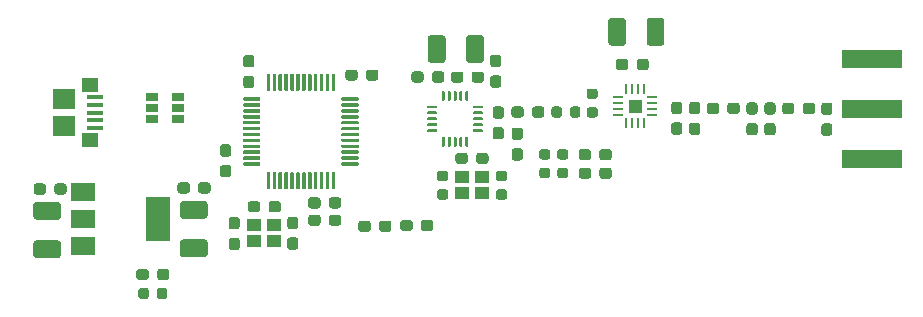
<source format=gbr>
%TF.GenerationSoftware,KiCad,Pcbnew,(5.1.6)-1*%
%TF.CreationDate,2020-07-31T11:50:05+07:00*%
%TF.ProjectId,stm32_nrf24,73746d33-325f-46e7-9266-32342e6b6963,rev?*%
%TF.SameCoordinates,Original*%
%TF.FileFunction,Paste,Top*%
%TF.FilePolarity,Positive*%
%FSLAX46Y46*%
G04 Gerber Fmt 4.6, Leading zero omitted, Abs format (unit mm)*
G04 Created by KiCad (PCBNEW (5.1.6)-1) date 2020-07-31 11:50:05*
%MOMM*%
%LPD*%
G01*
G04 APERTURE LIST*
%ADD10C,0.010000*%
%ADD11R,1.150000X1.000000*%
%ADD12R,0.270000X0.810000*%
%ADD13R,0.810000X0.270000*%
%ADD14R,2.000000X1.500000*%
%ADD15R,2.000000X3.800000*%
%ADD16R,1.060000X0.650000*%
%ADD17R,5.080000X1.500000*%
%ADD18R,1.450000X1.150000*%
%ADD19R,1.900000X1.750000*%
%ADD20R,1.400000X0.400000*%
G04 APERTURE END LIST*
D10*
%TO.C,U4*%
G36*
X129790000Y-106390000D02*
G01*
X130870000Y-106390000D01*
X130870000Y-107470000D01*
X129790000Y-107470000D01*
X129790000Y-106390000D01*
G37*
X129790000Y-106390000D02*
X130870000Y-106390000D01*
X130870000Y-107470000D01*
X129790000Y-107470000D01*
X129790000Y-106390000D01*
%TD*%
%TO.C,C22*%
G36*
G01*
X113777050Y-113989600D02*
X114289550Y-113989600D01*
G75*
G02*
X114508300Y-114208350I0J-218750D01*
G01*
X114508300Y-114645850D01*
G75*
G02*
X114289550Y-114864600I-218750J0D01*
G01*
X113777050Y-114864600D01*
G75*
G02*
X113558300Y-114645850I0J218750D01*
G01*
X113558300Y-114208350D01*
G75*
G02*
X113777050Y-113989600I218750J0D01*
G01*
G37*
G36*
G01*
X113777050Y-112414600D02*
X114289550Y-112414600D01*
G75*
G02*
X114508300Y-112633350I0J-218750D01*
G01*
X114508300Y-113070850D01*
G75*
G02*
X114289550Y-113289600I-218750J0D01*
G01*
X113777050Y-113289600D01*
G75*
G02*
X113558300Y-113070850I0J218750D01*
G01*
X113558300Y-112633350D01*
G75*
G02*
X113777050Y-112414600I218750J0D01*
G01*
G37*
%TD*%
%TO.C,C20*%
G36*
G01*
X119280650Y-113302300D02*
X118768150Y-113302300D01*
G75*
G02*
X118549400Y-113083550I0J218750D01*
G01*
X118549400Y-112646050D01*
G75*
G02*
X118768150Y-112427300I218750J0D01*
G01*
X119280650Y-112427300D01*
G75*
G02*
X119499400Y-112646050I0J-218750D01*
G01*
X119499400Y-113083550D01*
G75*
G02*
X119280650Y-113302300I-218750J0D01*
G01*
G37*
G36*
G01*
X119280650Y-114877300D02*
X118768150Y-114877300D01*
G75*
G02*
X118549400Y-114658550I0J218750D01*
G01*
X118549400Y-114221050D01*
G75*
G02*
X118768150Y-114002300I218750J0D01*
G01*
X119280650Y-114002300D01*
G75*
G02*
X119499400Y-114221050I0J-218750D01*
G01*
X119499400Y-114658550D01*
G75*
G02*
X119280650Y-114877300I-218750J0D01*
G01*
G37*
%TD*%
%TO.C,C24*%
G36*
G01*
X133623040Y-108330480D02*
X134098040Y-108330480D01*
G75*
G02*
X134335540Y-108567980I0J-237500D01*
G01*
X134335540Y-109142980D01*
G75*
G02*
X134098040Y-109380480I-237500J0D01*
G01*
X133623040Y-109380480D01*
G75*
G02*
X133385540Y-109142980I0J237500D01*
G01*
X133385540Y-108567980D01*
G75*
G02*
X133623040Y-108330480I237500J0D01*
G01*
G37*
G36*
G01*
X133623040Y-106580480D02*
X134098040Y-106580480D01*
G75*
G02*
X134335540Y-106817980I0J-237500D01*
G01*
X134335540Y-107392980D01*
G75*
G02*
X134098040Y-107630480I-237500J0D01*
G01*
X133623040Y-107630480D01*
G75*
G02*
X133385540Y-107392980I0J237500D01*
G01*
X133385540Y-106817980D01*
G75*
G02*
X133623040Y-106580480I237500J0D01*
G01*
G37*
%TD*%
%TO.C,U5*%
G36*
G01*
X113965000Y-106432500D02*
X113965000Y-105732500D01*
G75*
G02*
X114027500Y-105670000I62500J0D01*
G01*
X114152500Y-105670000D01*
G75*
G02*
X114215000Y-105732500I0J-62500D01*
G01*
X114215000Y-106432500D01*
G75*
G02*
X114152500Y-106495000I-62500J0D01*
G01*
X114027500Y-106495000D01*
G75*
G02*
X113965000Y-106432500I0J62500D01*
G01*
G37*
G36*
G01*
X114465000Y-106432500D02*
X114465000Y-105732500D01*
G75*
G02*
X114527500Y-105670000I62500J0D01*
G01*
X114652500Y-105670000D01*
G75*
G02*
X114715000Y-105732500I0J-62500D01*
G01*
X114715000Y-106432500D01*
G75*
G02*
X114652500Y-106495000I-62500J0D01*
G01*
X114527500Y-106495000D01*
G75*
G02*
X114465000Y-106432500I0J62500D01*
G01*
G37*
G36*
G01*
X114965000Y-106432500D02*
X114965000Y-105732500D01*
G75*
G02*
X115027500Y-105670000I62500J0D01*
G01*
X115152500Y-105670000D01*
G75*
G02*
X115215000Y-105732500I0J-62500D01*
G01*
X115215000Y-106432500D01*
G75*
G02*
X115152500Y-106495000I-62500J0D01*
G01*
X115027500Y-106495000D01*
G75*
G02*
X114965000Y-106432500I0J62500D01*
G01*
G37*
G36*
G01*
X115465000Y-106432500D02*
X115465000Y-105732500D01*
G75*
G02*
X115527500Y-105670000I62500J0D01*
G01*
X115652500Y-105670000D01*
G75*
G02*
X115715000Y-105732500I0J-62500D01*
G01*
X115715000Y-106432500D01*
G75*
G02*
X115652500Y-106495000I-62500J0D01*
G01*
X115527500Y-106495000D01*
G75*
G02*
X115465000Y-106432500I0J62500D01*
G01*
G37*
G36*
G01*
X115965000Y-106432500D02*
X115965000Y-105732500D01*
G75*
G02*
X116027500Y-105670000I62500J0D01*
G01*
X116152500Y-105670000D01*
G75*
G02*
X116215000Y-105732500I0J-62500D01*
G01*
X116215000Y-106432500D01*
G75*
G02*
X116152500Y-106495000I-62500J0D01*
G01*
X116027500Y-106495000D01*
G75*
G02*
X115965000Y-106432500I0J62500D01*
G01*
G37*
G36*
G01*
X116615000Y-107082500D02*
X116615000Y-106957500D01*
G75*
G02*
X116677500Y-106895000I62500J0D01*
G01*
X117377500Y-106895000D01*
G75*
G02*
X117440000Y-106957500I0J-62500D01*
G01*
X117440000Y-107082500D01*
G75*
G02*
X117377500Y-107145000I-62500J0D01*
G01*
X116677500Y-107145000D01*
G75*
G02*
X116615000Y-107082500I0J62500D01*
G01*
G37*
G36*
G01*
X116615000Y-107582500D02*
X116615000Y-107457500D01*
G75*
G02*
X116677500Y-107395000I62500J0D01*
G01*
X117377500Y-107395000D01*
G75*
G02*
X117440000Y-107457500I0J-62500D01*
G01*
X117440000Y-107582500D01*
G75*
G02*
X117377500Y-107645000I-62500J0D01*
G01*
X116677500Y-107645000D01*
G75*
G02*
X116615000Y-107582500I0J62500D01*
G01*
G37*
G36*
G01*
X116615000Y-108082500D02*
X116615000Y-107957500D01*
G75*
G02*
X116677500Y-107895000I62500J0D01*
G01*
X117377500Y-107895000D01*
G75*
G02*
X117440000Y-107957500I0J-62500D01*
G01*
X117440000Y-108082500D01*
G75*
G02*
X117377500Y-108145000I-62500J0D01*
G01*
X116677500Y-108145000D01*
G75*
G02*
X116615000Y-108082500I0J62500D01*
G01*
G37*
G36*
G01*
X116615000Y-108582500D02*
X116615000Y-108457500D01*
G75*
G02*
X116677500Y-108395000I62500J0D01*
G01*
X117377500Y-108395000D01*
G75*
G02*
X117440000Y-108457500I0J-62500D01*
G01*
X117440000Y-108582500D01*
G75*
G02*
X117377500Y-108645000I-62500J0D01*
G01*
X116677500Y-108645000D01*
G75*
G02*
X116615000Y-108582500I0J62500D01*
G01*
G37*
G36*
G01*
X116615000Y-109082500D02*
X116615000Y-108957500D01*
G75*
G02*
X116677500Y-108895000I62500J0D01*
G01*
X117377500Y-108895000D01*
G75*
G02*
X117440000Y-108957500I0J-62500D01*
G01*
X117440000Y-109082500D01*
G75*
G02*
X117377500Y-109145000I-62500J0D01*
G01*
X116677500Y-109145000D01*
G75*
G02*
X116615000Y-109082500I0J62500D01*
G01*
G37*
G36*
G01*
X115965000Y-110307500D02*
X115965000Y-109607500D01*
G75*
G02*
X116027500Y-109545000I62500J0D01*
G01*
X116152500Y-109545000D01*
G75*
G02*
X116215000Y-109607500I0J-62500D01*
G01*
X116215000Y-110307500D01*
G75*
G02*
X116152500Y-110370000I-62500J0D01*
G01*
X116027500Y-110370000D01*
G75*
G02*
X115965000Y-110307500I0J62500D01*
G01*
G37*
G36*
G01*
X115465000Y-110307500D02*
X115465000Y-109607500D01*
G75*
G02*
X115527500Y-109545000I62500J0D01*
G01*
X115652500Y-109545000D01*
G75*
G02*
X115715000Y-109607500I0J-62500D01*
G01*
X115715000Y-110307500D01*
G75*
G02*
X115652500Y-110370000I-62500J0D01*
G01*
X115527500Y-110370000D01*
G75*
G02*
X115465000Y-110307500I0J62500D01*
G01*
G37*
G36*
G01*
X114965000Y-110307500D02*
X114965000Y-109607500D01*
G75*
G02*
X115027500Y-109545000I62500J0D01*
G01*
X115152500Y-109545000D01*
G75*
G02*
X115215000Y-109607500I0J-62500D01*
G01*
X115215000Y-110307500D01*
G75*
G02*
X115152500Y-110370000I-62500J0D01*
G01*
X115027500Y-110370000D01*
G75*
G02*
X114965000Y-110307500I0J62500D01*
G01*
G37*
G36*
G01*
X114465000Y-110307500D02*
X114465000Y-109607500D01*
G75*
G02*
X114527500Y-109545000I62500J0D01*
G01*
X114652500Y-109545000D01*
G75*
G02*
X114715000Y-109607500I0J-62500D01*
G01*
X114715000Y-110307500D01*
G75*
G02*
X114652500Y-110370000I-62500J0D01*
G01*
X114527500Y-110370000D01*
G75*
G02*
X114465000Y-110307500I0J62500D01*
G01*
G37*
G36*
G01*
X113965000Y-110307500D02*
X113965000Y-109607500D01*
G75*
G02*
X114027500Y-109545000I62500J0D01*
G01*
X114152500Y-109545000D01*
G75*
G02*
X114215000Y-109607500I0J-62500D01*
G01*
X114215000Y-110307500D01*
G75*
G02*
X114152500Y-110370000I-62500J0D01*
G01*
X114027500Y-110370000D01*
G75*
G02*
X113965000Y-110307500I0J62500D01*
G01*
G37*
G36*
G01*
X112740000Y-109082500D02*
X112740000Y-108957500D01*
G75*
G02*
X112802500Y-108895000I62500J0D01*
G01*
X113502500Y-108895000D01*
G75*
G02*
X113565000Y-108957500I0J-62500D01*
G01*
X113565000Y-109082500D01*
G75*
G02*
X113502500Y-109145000I-62500J0D01*
G01*
X112802500Y-109145000D01*
G75*
G02*
X112740000Y-109082500I0J62500D01*
G01*
G37*
G36*
G01*
X112740000Y-108582500D02*
X112740000Y-108457500D01*
G75*
G02*
X112802500Y-108395000I62500J0D01*
G01*
X113502500Y-108395000D01*
G75*
G02*
X113565000Y-108457500I0J-62500D01*
G01*
X113565000Y-108582500D01*
G75*
G02*
X113502500Y-108645000I-62500J0D01*
G01*
X112802500Y-108645000D01*
G75*
G02*
X112740000Y-108582500I0J62500D01*
G01*
G37*
G36*
G01*
X112740000Y-108082500D02*
X112740000Y-107957500D01*
G75*
G02*
X112802500Y-107895000I62500J0D01*
G01*
X113502500Y-107895000D01*
G75*
G02*
X113565000Y-107957500I0J-62500D01*
G01*
X113565000Y-108082500D01*
G75*
G02*
X113502500Y-108145000I-62500J0D01*
G01*
X112802500Y-108145000D01*
G75*
G02*
X112740000Y-108082500I0J62500D01*
G01*
G37*
G36*
G01*
X112740000Y-107582500D02*
X112740000Y-107457500D01*
G75*
G02*
X112802500Y-107395000I62500J0D01*
G01*
X113502500Y-107395000D01*
G75*
G02*
X113565000Y-107457500I0J-62500D01*
G01*
X113565000Y-107582500D01*
G75*
G02*
X113502500Y-107645000I-62500J0D01*
G01*
X112802500Y-107645000D01*
G75*
G02*
X112740000Y-107582500I0J62500D01*
G01*
G37*
G36*
G01*
X112740000Y-107082500D02*
X112740000Y-106957500D01*
G75*
G02*
X112802500Y-106895000I62500J0D01*
G01*
X113502500Y-106895000D01*
G75*
G02*
X113565000Y-106957500I0J-62500D01*
G01*
X113565000Y-107082500D01*
G75*
G02*
X113502500Y-107145000I-62500J0D01*
G01*
X112802500Y-107145000D01*
G75*
G02*
X112740000Y-107082500I0J62500D01*
G01*
G37*
%TD*%
D11*
%TO.C,Y2*%
X117389100Y-114323100D03*
X115639100Y-114323100D03*
X115639100Y-112923100D03*
X117389100Y-112923100D03*
%TD*%
%TO.C,Y1*%
X98045000Y-116990000D03*
X99795000Y-116990000D03*
X99795000Y-118390000D03*
X98045000Y-118390000D03*
%TD*%
D12*
%TO.C,U4*%
X129580000Y-108375000D03*
X130080000Y-108375000D03*
X130580000Y-108375000D03*
X131080000Y-108375000D03*
X131080000Y-105485000D03*
X130580000Y-105485000D03*
X130080000Y-105485000D03*
X129580000Y-105485000D03*
D13*
X128885000Y-106180000D03*
X128885000Y-106680000D03*
X128885000Y-107180000D03*
X128885000Y-107680000D03*
X131775000Y-107680000D03*
X131775000Y-107180000D03*
X131775000Y-106680000D03*
X131775000Y-106180000D03*
%TD*%
%TO.C,U3*%
G36*
G01*
X98540000Y-112000000D02*
X97215000Y-112000000D01*
G75*
G02*
X97140000Y-111925000I0J75000D01*
G01*
X97140000Y-111775000D01*
G75*
G02*
X97215000Y-111700000I75000J0D01*
G01*
X98540000Y-111700000D01*
G75*
G02*
X98615000Y-111775000I0J-75000D01*
G01*
X98615000Y-111925000D01*
G75*
G02*
X98540000Y-112000000I-75000J0D01*
G01*
G37*
G36*
G01*
X98540000Y-111500000D02*
X97215000Y-111500000D01*
G75*
G02*
X97140000Y-111425000I0J75000D01*
G01*
X97140000Y-111275000D01*
G75*
G02*
X97215000Y-111200000I75000J0D01*
G01*
X98540000Y-111200000D01*
G75*
G02*
X98615000Y-111275000I0J-75000D01*
G01*
X98615000Y-111425000D01*
G75*
G02*
X98540000Y-111500000I-75000J0D01*
G01*
G37*
G36*
G01*
X98540000Y-111000000D02*
X97215000Y-111000000D01*
G75*
G02*
X97140000Y-110925000I0J75000D01*
G01*
X97140000Y-110775000D01*
G75*
G02*
X97215000Y-110700000I75000J0D01*
G01*
X98540000Y-110700000D01*
G75*
G02*
X98615000Y-110775000I0J-75000D01*
G01*
X98615000Y-110925000D01*
G75*
G02*
X98540000Y-111000000I-75000J0D01*
G01*
G37*
G36*
G01*
X98540000Y-110500000D02*
X97215000Y-110500000D01*
G75*
G02*
X97140000Y-110425000I0J75000D01*
G01*
X97140000Y-110275000D01*
G75*
G02*
X97215000Y-110200000I75000J0D01*
G01*
X98540000Y-110200000D01*
G75*
G02*
X98615000Y-110275000I0J-75000D01*
G01*
X98615000Y-110425000D01*
G75*
G02*
X98540000Y-110500000I-75000J0D01*
G01*
G37*
G36*
G01*
X98540000Y-110000000D02*
X97215000Y-110000000D01*
G75*
G02*
X97140000Y-109925000I0J75000D01*
G01*
X97140000Y-109775000D01*
G75*
G02*
X97215000Y-109700000I75000J0D01*
G01*
X98540000Y-109700000D01*
G75*
G02*
X98615000Y-109775000I0J-75000D01*
G01*
X98615000Y-109925000D01*
G75*
G02*
X98540000Y-110000000I-75000J0D01*
G01*
G37*
G36*
G01*
X98540000Y-109500000D02*
X97215000Y-109500000D01*
G75*
G02*
X97140000Y-109425000I0J75000D01*
G01*
X97140000Y-109275000D01*
G75*
G02*
X97215000Y-109200000I75000J0D01*
G01*
X98540000Y-109200000D01*
G75*
G02*
X98615000Y-109275000I0J-75000D01*
G01*
X98615000Y-109425000D01*
G75*
G02*
X98540000Y-109500000I-75000J0D01*
G01*
G37*
G36*
G01*
X98540000Y-109000000D02*
X97215000Y-109000000D01*
G75*
G02*
X97140000Y-108925000I0J75000D01*
G01*
X97140000Y-108775000D01*
G75*
G02*
X97215000Y-108700000I75000J0D01*
G01*
X98540000Y-108700000D01*
G75*
G02*
X98615000Y-108775000I0J-75000D01*
G01*
X98615000Y-108925000D01*
G75*
G02*
X98540000Y-109000000I-75000J0D01*
G01*
G37*
G36*
G01*
X98540000Y-108500000D02*
X97215000Y-108500000D01*
G75*
G02*
X97140000Y-108425000I0J75000D01*
G01*
X97140000Y-108275000D01*
G75*
G02*
X97215000Y-108200000I75000J0D01*
G01*
X98540000Y-108200000D01*
G75*
G02*
X98615000Y-108275000I0J-75000D01*
G01*
X98615000Y-108425000D01*
G75*
G02*
X98540000Y-108500000I-75000J0D01*
G01*
G37*
G36*
G01*
X98540000Y-108000000D02*
X97215000Y-108000000D01*
G75*
G02*
X97140000Y-107925000I0J75000D01*
G01*
X97140000Y-107775000D01*
G75*
G02*
X97215000Y-107700000I75000J0D01*
G01*
X98540000Y-107700000D01*
G75*
G02*
X98615000Y-107775000I0J-75000D01*
G01*
X98615000Y-107925000D01*
G75*
G02*
X98540000Y-108000000I-75000J0D01*
G01*
G37*
G36*
G01*
X98540000Y-107500000D02*
X97215000Y-107500000D01*
G75*
G02*
X97140000Y-107425000I0J75000D01*
G01*
X97140000Y-107275000D01*
G75*
G02*
X97215000Y-107200000I75000J0D01*
G01*
X98540000Y-107200000D01*
G75*
G02*
X98615000Y-107275000I0J-75000D01*
G01*
X98615000Y-107425000D01*
G75*
G02*
X98540000Y-107500000I-75000J0D01*
G01*
G37*
G36*
G01*
X98540000Y-107000000D02*
X97215000Y-107000000D01*
G75*
G02*
X97140000Y-106925000I0J75000D01*
G01*
X97140000Y-106775000D01*
G75*
G02*
X97215000Y-106700000I75000J0D01*
G01*
X98540000Y-106700000D01*
G75*
G02*
X98615000Y-106775000I0J-75000D01*
G01*
X98615000Y-106925000D01*
G75*
G02*
X98540000Y-107000000I-75000J0D01*
G01*
G37*
G36*
G01*
X98540000Y-106500000D02*
X97215000Y-106500000D01*
G75*
G02*
X97140000Y-106425000I0J75000D01*
G01*
X97140000Y-106275000D01*
G75*
G02*
X97215000Y-106200000I75000J0D01*
G01*
X98540000Y-106200000D01*
G75*
G02*
X98615000Y-106275000I0J-75000D01*
G01*
X98615000Y-106425000D01*
G75*
G02*
X98540000Y-106500000I-75000J0D01*
G01*
G37*
G36*
G01*
X99365000Y-105675000D02*
X99215000Y-105675000D01*
G75*
G02*
X99140000Y-105600000I0J75000D01*
G01*
X99140000Y-104275000D01*
G75*
G02*
X99215000Y-104200000I75000J0D01*
G01*
X99365000Y-104200000D01*
G75*
G02*
X99440000Y-104275000I0J-75000D01*
G01*
X99440000Y-105600000D01*
G75*
G02*
X99365000Y-105675000I-75000J0D01*
G01*
G37*
G36*
G01*
X99865000Y-105675000D02*
X99715000Y-105675000D01*
G75*
G02*
X99640000Y-105600000I0J75000D01*
G01*
X99640000Y-104275000D01*
G75*
G02*
X99715000Y-104200000I75000J0D01*
G01*
X99865000Y-104200000D01*
G75*
G02*
X99940000Y-104275000I0J-75000D01*
G01*
X99940000Y-105600000D01*
G75*
G02*
X99865000Y-105675000I-75000J0D01*
G01*
G37*
G36*
G01*
X100365000Y-105675000D02*
X100215000Y-105675000D01*
G75*
G02*
X100140000Y-105600000I0J75000D01*
G01*
X100140000Y-104275000D01*
G75*
G02*
X100215000Y-104200000I75000J0D01*
G01*
X100365000Y-104200000D01*
G75*
G02*
X100440000Y-104275000I0J-75000D01*
G01*
X100440000Y-105600000D01*
G75*
G02*
X100365000Y-105675000I-75000J0D01*
G01*
G37*
G36*
G01*
X100865000Y-105675000D02*
X100715000Y-105675000D01*
G75*
G02*
X100640000Y-105600000I0J75000D01*
G01*
X100640000Y-104275000D01*
G75*
G02*
X100715000Y-104200000I75000J0D01*
G01*
X100865000Y-104200000D01*
G75*
G02*
X100940000Y-104275000I0J-75000D01*
G01*
X100940000Y-105600000D01*
G75*
G02*
X100865000Y-105675000I-75000J0D01*
G01*
G37*
G36*
G01*
X101365000Y-105675000D02*
X101215000Y-105675000D01*
G75*
G02*
X101140000Y-105600000I0J75000D01*
G01*
X101140000Y-104275000D01*
G75*
G02*
X101215000Y-104200000I75000J0D01*
G01*
X101365000Y-104200000D01*
G75*
G02*
X101440000Y-104275000I0J-75000D01*
G01*
X101440000Y-105600000D01*
G75*
G02*
X101365000Y-105675000I-75000J0D01*
G01*
G37*
G36*
G01*
X101865000Y-105675000D02*
X101715000Y-105675000D01*
G75*
G02*
X101640000Y-105600000I0J75000D01*
G01*
X101640000Y-104275000D01*
G75*
G02*
X101715000Y-104200000I75000J0D01*
G01*
X101865000Y-104200000D01*
G75*
G02*
X101940000Y-104275000I0J-75000D01*
G01*
X101940000Y-105600000D01*
G75*
G02*
X101865000Y-105675000I-75000J0D01*
G01*
G37*
G36*
G01*
X102365000Y-105675000D02*
X102215000Y-105675000D01*
G75*
G02*
X102140000Y-105600000I0J75000D01*
G01*
X102140000Y-104275000D01*
G75*
G02*
X102215000Y-104200000I75000J0D01*
G01*
X102365000Y-104200000D01*
G75*
G02*
X102440000Y-104275000I0J-75000D01*
G01*
X102440000Y-105600000D01*
G75*
G02*
X102365000Y-105675000I-75000J0D01*
G01*
G37*
G36*
G01*
X102865000Y-105675000D02*
X102715000Y-105675000D01*
G75*
G02*
X102640000Y-105600000I0J75000D01*
G01*
X102640000Y-104275000D01*
G75*
G02*
X102715000Y-104200000I75000J0D01*
G01*
X102865000Y-104200000D01*
G75*
G02*
X102940000Y-104275000I0J-75000D01*
G01*
X102940000Y-105600000D01*
G75*
G02*
X102865000Y-105675000I-75000J0D01*
G01*
G37*
G36*
G01*
X103365000Y-105675000D02*
X103215000Y-105675000D01*
G75*
G02*
X103140000Y-105600000I0J75000D01*
G01*
X103140000Y-104275000D01*
G75*
G02*
X103215000Y-104200000I75000J0D01*
G01*
X103365000Y-104200000D01*
G75*
G02*
X103440000Y-104275000I0J-75000D01*
G01*
X103440000Y-105600000D01*
G75*
G02*
X103365000Y-105675000I-75000J0D01*
G01*
G37*
G36*
G01*
X103865000Y-105675000D02*
X103715000Y-105675000D01*
G75*
G02*
X103640000Y-105600000I0J75000D01*
G01*
X103640000Y-104275000D01*
G75*
G02*
X103715000Y-104200000I75000J0D01*
G01*
X103865000Y-104200000D01*
G75*
G02*
X103940000Y-104275000I0J-75000D01*
G01*
X103940000Y-105600000D01*
G75*
G02*
X103865000Y-105675000I-75000J0D01*
G01*
G37*
G36*
G01*
X104365000Y-105675000D02*
X104215000Y-105675000D01*
G75*
G02*
X104140000Y-105600000I0J75000D01*
G01*
X104140000Y-104275000D01*
G75*
G02*
X104215000Y-104200000I75000J0D01*
G01*
X104365000Y-104200000D01*
G75*
G02*
X104440000Y-104275000I0J-75000D01*
G01*
X104440000Y-105600000D01*
G75*
G02*
X104365000Y-105675000I-75000J0D01*
G01*
G37*
G36*
G01*
X104865000Y-105675000D02*
X104715000Y-105675000D01*
G75*
G02*
X104640000Y-105600000I0J75000D01*
G01*
X104640000Y-104275000D01*
G75*
G02*
X104715000Y-104200000I75000J0D01*
G01*
X104865000Y-104200000D01*
G75*
G02*
X104940000Y-104275000I0J-75000D01*
G01*
X104940000Y-105600000D01*
G75*
G02*
X104865000Y-105675000I-75000J0D01*
G01*
G37*
G36*
G01*
X106865000Y-106500000D02*
X105540000Y-106500000D01*
G75*
G02*
X105465000Y-106425000I0J75000D01*
G01*
X105465000Y-106275000D01*
G75*
G02*
X105540000Y-106200000I75000J0D01*
G01*
X106865000Y-106200000D01*
G75*
G02*
X106940000Y-106275000I0J-75000D01*
G01*
X106940000Y-106425000D01*
G75*
G02*
X106865000Y-106500000I-75000J0D01*
G01*
G37*
G36*
G01*
X106865000Y-107000000D02*
X105540000Y-107000000D01*
G75*
G02*
X105465000Y-106925000I0J75000D01*
G01*
X105465000Y-106775000D01*
G75*
G02*
X105540000Y-106700000I75000J0D01*
G01*
X106865000Y-106700000D01*
G75*
G02*
X106940000Y-106775000I0J-75000D01*
G01*
X106940000Y-106925000D01*
G75*
G02*
X106865000Y-107000000I-75000J0D01*
G01*
G37*
G36*
G01*
X106865000Y-107500000D02*
X105540000Y-107500000D01*
G75*
G02*
X105465000Y-107425000I0J75000D01*
G01*
X105465000Y-107275000D01*
G75*
G02*
X105540000Y-107200000I75000J0D01*
G01*
X106865000Y-107200000D01*
G75*
G02*
X106940000Y-107275000I0J-75000D01*
G01*
X106940000Y-107425000D01*
G75*
G02*
X106865000Y-107500000I-75000J0D01*
G01*
G37*
G36*
G01*
X106865000Y-108000000D02*
X105540000Y-108000000D01*
G75*
G02*
X105465000Y-107925000I0J75000D01*
G01*
X105465000Y-107775000D01*
G75*
G02*
X105540000Y-107700000I75000J0D01*
G01*
X106865000Y-107700000D01*
G75*
G02*
X106940000Y-107775000I0J-75000D01*
G01*
X106940000Y-107925000D01*
G75*
G02*
X106865000Y-108000000I-75000J0D01*
G01*
G37*
G36*
G01*
X106865000Y-108500000D02*
X105540000Y-108500000D01*
G75*
G02*
X105465000Y-108425000I0J75000D01*
G01*
X105465000Y-108275000D01*
G75*
G02*
X105540000Y-108200000I75000J0D01*
G01*
X106865000Y-108200000D01*
G75*
G02*
X106940000Y-108275000I0J-75000D01*
G01*
X106940000Y-108425000D01*
G75*
G02*
X106865000Y-108500000I-75000J0D01*
G01*
G37*
G36*
G01*
X106865000Y-109000000D02*
X105540000Y-109000000D01*
G75*
G02*
X105465000Y-108925000I0J75000D01*
G01*
X105465000Y-108775000D01*
G75*
G02*
X105540000Y-108700000I75000J0D01*
G01*
X106865000Y-108700000D01*
G75*
G02*
X106940000Y-108775000I0J-75000D01*
G01*
X106940000Y-108925000D01*
G75*
G02*
X106865000Y-109000000I-75000J0D01*
G01*
G37*
G36*
G01*
X106865000Y-109500000D02*
X105540000Y-109500000D01*
G75*
G02*
X105465000Y-109425000I0J75000D01*
G01*
X105465000Y-109275000D01*
G75*
G02*
X105540000Y-109200000I75000J0D01*
G01*
X106865000Y-109200000D01*
G75*
G02*
X106940000Y-109275000I0J-75000D01*
G01*
X106940000Y-109425000D01*
G75*
G02*
X106865000Y-109500000I-75000J0D01*
G01*
G37*
G36*
G01*
X106865000Y-110000000D02*
X105540000Y-110000000D01*
G75*
G02*
X105465000Y-109925000I0J75000D01*
G01*
X105465000Y-109775000D01*
G75*
G02*
X105540000Y-109700000I75000J0D01*
G01*
X106865000Y-109700000D01*
G75*
G02*
X106940000Y-109775000I0J-75000D01*
G01*
X106940000Y-109925000D01*
G75*
G02*
X106865000Y-110000000I-75000J0D01*
G01*
G37*
G36*
G01*
X106865000Y-110500000D02*
X105540000Y-110500000D01*
G75*
G02*
X105465000Y-110425000I0J75000D01*
G01*
X105465000Y-110275000D01*
G75*
G02*
X105540000Y-110200000I75000J0D01*
G01*
X106865000Y-110200000D01*
G75*
G02*
X106940000Y-110275000I0J-75000D01*
G01*
X106940000Y-110425000D01*
G75*
G02*
X106865000Y-110500000I-75000J0D01*
G01*
G37*
G36*
G01*
X106865000Y-111000000D02*
X105540000Y-111000000D01*
G75*
G02*
X105465000Y-110925000I0J75000D01*
G01*
X105465000Y-110775000D01*
G75*
G02*
X105540000Y-110700000I75000J0D01*
G01*
X106865000Y-110700000D01*
G75*
G02*
X106940000Y-110775000I0J-75000D01*
G01*
X106940000Y-110925000D01*
G75*
G02*
X106865000Y-111000000I-75000J0D01*
G01*
G37*
G36*
G01*
X106865000Y-111500000D02*
X105540000Y-111500000D01*
G75*
G02*
X105465000Y-111425000I0J75000D01*
G01*
X105465000Y-111275000D01*
G75*
G02*
X105540000Y-111200000I75000J0D01*
G01*
X106865000Y-111200000D01*
G75*
G02*
X106940000Y-111275000I0J-75000D01*
G01*
X106940000Y-111425000D01*
G75*
G02*
X106865000Y-111500000I-75000J0D01*
G01*
G37*
G36*
G01*
X106865000Y-112000000D02*
X105540000Y-112000000D01*
G75*
G02*
X105465000Y-111925000I0J75000D01*
G01*
X105465000Y-111775000D01*
G75*
G02*
X105540000Y-111700000I75000J0D01*
G01*
X106865000Y-111700000D01*
G75*
G02*
X106940000Y-111775000I0J-75000D01*
G01*
X106940000Y-111925000D01*
G75*
G02*
X106865000Y-112000000I-75000J0D01*
G01*
G37*
G36*
G01*
X104865000Y-114000000D02*
X104715000Y-114000000D01*
G75*
G02*
X104640000Y-113925000I0J75000D01*
G01*
X104640000Y-112600000D01*
G75*
G02*
X104715000Y-112525000I75000J0D01*
G01*
X104865000Y-112525000D01*
G75*
G02*
X104940000Y-112600000I0J-75000D01*
G01*
X104940000Y-113925000D01*
G75*
G02*
X104865000Y-114000000I-75000J0D01*
G01*
G37*
G36*
G01*
X104365000Y-114000000D02*
X104215000Y-114000000D01*
G75*
G02*
X104140000Y-113925000I0J75000D01*
G01*
X104140000Y-112600000D01*
G75*
G02*
X104215000Y-112525000I75000J0D01*
G01*
X104365000Y-112525000D01*
G75*
G02*
X104440000Y-112600000I0J-75000D01*
G01*
X104440000Y-113925000D01*
G75*
G02*
X104365000Y-114000000I-75000J0D01*
G01*
G37*
G36*
G01*
X103865000Y-114000000D02*
X103715000Y-114000000D01*
G75*
G02*
X103640000Y-113925000I0J75000D01*
G01*
X103640000Y-112600000D01*
G75*
G02*
X103715000Y-112525000I75000J0D01*
G01*
X103865000Y-112525000D01*
G75*
G02*
X103940000Y-112600000I0J-75000D01*
G01*
X103940000Y-113925000D01*
G75*
G02*
X103865000Y-114000000I-75000J0D01*
G01*
G37*
G36*
G01*
X103365000Y-114000000D02*
X103215000Y-114000000D01*
G75*
G02*
X103140000Y-113925000I0J75000D01*
G01*
X103140000Y-112600000D01*
G75*
G02*
X103215000Y-112525000I75000J0D01*
G01*
X103365000Y-112525000D01*
G75*
G02*
X103440000Y-112600000I0J-75000D01*
G01*
X103440000Y-113925000D01*
G75*
G02*
X103365000Y-114000000I-75000J0D01*
G01*
G37*
G36*
G01*
X102865000Y-114000000D02*
X102715000Y-114000000D01*
G75*
G02*
X102640000Y-113925000I0J75000D01*
G01*
X102640000Y-112600000D01*
G75*
G02*
X102715000Y-112525000I75000J0D01*
G01*
X102865000Y-112525000D01*
G75*
G02*
X102940000Y-112600000I0J-75000D01*
G01*
X102940000Y-113925000D01*
G75*
G02*
X102865000Y-114000000I-75000J0D01*
G01*
G37*
G36*
G01*
X102365000Y-114000000D02*
X102215000Y-114000000D01*
G75*
G02*
X102140000Y-113925000I0J75000D01*
G01*
X102140000Y-112600000D01*
G75*
G02*
X102215000Y-112525000I75000J0D01*
G01*
X102365000Y-112525000D01*
G75*
G02*
X102440000Y-112600000I0J-75000D01*
G01*
X102440000Y-113925000D01*
G75*
G02*
X102365000Y-114000000I-75000J0D01*
G01*
G37*
G36*
G01*
X101865000Y-114000000D02*
X101715000Y-114000000D01*
G75*
G02*
X101640000Y-113925000I0J75000D01*
G01*
X101640000Y-112600000D01*
G75*
G02*
X101715000Y-112525000I75000J0D01*
G01*
X101865000Y-112525000D01*
G75*
G02*
X101940000Y-112600000I0J-75000D01*
G01*
X101940000Y-113925000D01*
G75*
G02*
X101865000Y-114000000I-75000J0D01*
G01*
G37*
G36*
G01*
X101365000Y-114000000D02*
X101215000Y-114000000D01*
G75*
G02*
X101140000Y-113925000I0J75000D01*
G01*
X101140000Y-112600000D01*
G75*
G02*
X101215000Y-112525000I75000J0D01*
G01*
X101365000Y-112525000D01*
G75*
G02*
X101440000Y-112600000I0J-75000D01*
G01*
X101440000Y-113925000D01*
G75*
G02*
X101365000Y-114000000I-75000J0D01*
G01*
G37*
G36*
G01*
X100865000Y-114000000D02*
X100715000Y-114000000D01*
G75*
G02*
X100640000Y-113925000I0J75000D01*
G01*
X100640000Y-112600000D01*
G75*
G02*
X100715000Y-112525000I75000J0D01*
G01*
X100865000Y-112525000D01*
G75*
G02*
X100940000Y-112600000I0J-75000D01*
G01*
X100940000Y-113925000D01*
G75*
G02*
X100865000Y-114000000I-75000J0D01*
G01*
G37*
G36*
G01*
X100365000Y-114000000D02*
X100215000Y-114000000D01*
G75*
G02*
X100140000Y-113925000I0J75000D01*
G01*
X100140000Y-112600000D01*
G75*
G02*
X100215000Y-112525000I75000J0D01*
G01*
X100365000Y-112525000D01*
G75*
G02*
X100440000Y-112600000I0J-75000D01*
G01*
X100440000Y-113925000D01*
G75*
G02*
X100365000Y-114000000I-75000J0D01*
G01*
G37*
G36*
G01*
X99865000Y-114000000D02*
X99715000Y-114000000D01*
G75*
G02*
X99640000Y-113925000I0J75000D01*
G01*
X99640000Y-112600000D01*
G75*
G02*
X99715000Y-112525000I75000J0D01*
G01*
X99865000Y-112525000D01*
G75*
G02*
X99940000Y-112600000I0J-75000D01*
G01*
X99940000Y-113925000D01*
G75*
G02*
X99865000Y-114000000I-75000J0D01*
G01*
G37*
G36*
G01*
X99365000Y-114000000D02*
X99215000Y-114000000D01*
G75*
G02*
X99140000Y-113925000I0J75000D01*
G01*
X99140000Y-112600000D01*
G75*
G02*
X99215000Y-112525000I75000J0D01*
G01*
X99365000Y-112525000D01*
G75*
G02*
X99440000Y-112600000I0J-75000D01*
G01*
X99440000Y-113925000D01*
G75*
G02*
X99365000Y-114000000I-75000J0D01*
G01*
G37*
%TD*%
D14*
%TO.C,U2*%
X83630000Y-114220000D03*
X83630000Y-118820000D03*
X83630000Y-116520000D03*
D15*
X89930000Y-116520000D03*
%TD*%
D16*
%TO.C,U1*%
X89440000Y-107120000D03*
X89440000Y-108070000D03*
X89440000Y-106170000D03*
X91640000Y-106170000D03*
X91640000Y-107120000D03*
X91640000Y-108070000D03*
%TD*%
%TO.C,R7*%
G36*
G01*
X116174100Y-111135600D02*
X116174100Y-111610600D01*
G75*
G02*
X115936600Y-111848100I-237500J0D01*
G01*
X115361600Y-111848100D01*
G75*
G02*
X115124100Y-111610600I0J237500D01*
G01*
X115124100Y-111135600D01*
G75*
G02*
X115361600Y-110898100I237500J0D01*
G01*
X115936600Y-110898100D01*
G75*
G02*
X116174100Y-111135600I0J-237500D01*
G01*
G37*
G36*
G01*
X117924100Y-111135600D02*
X117924100Y-111610600D01*
G75*
G02*
X117686600Y-111848100I-237500J0D01*
G01*
X117111600Y-111848100D01*
G75*
G02*
X116874100Y-111610600I0J237500D01*
G01*
X116874100Y-111135600D01*
G75*
G02*
X117111600Y-110898100I237500J0D01*
G01*
X117686600Y-110898100D01*
G75*
G02*
X117924100Y-111135600I0J-237500D01*
G01*
G37*
%TD*%
%TO.C,R6*%
G36*
G01*
X118767500Y-103640000D02*
X118292500Y-103640000D01*
G75*
G02*
X118055000Y-103402500I0J237500D01*
G01*
X118055000Y-102827500D01*
G75*
G02*
X118292500Y-102590000I237500J0D01*
G01*
X118767500Y-102590000D01*
G75*
G02*
X119005000Y-102827500I0J-237500D01*
G01*
X119005000Y-103402500D01*
G75*
G02*
X118767500Y-103640000I-237500J0D01*
G01*
G37*
G36*
G01*
X118767500Y-105390000D02*
X118292500Y-105390000D01*
G75*
G02*
X118055000Y-105152500I0J237500D01*
G01*
X118055000Y-104577500D01*
G75*
G02*
X118292500Y-104340000I237500J0D01*
G01*
X118767500Y-104340000D01*
G75*
G02*
X119005000Y-104577500I0J-237500D01*
G01*
X119005000Y-105152500D01*
G75*
G02*
X118767500Y-105390000I-237500J0D01*
G01*
G37*
%TD*%
%TO.C,R5*%
G36*
G01*
X126600000Y-110812500D02*
X126600000Y-111287500D01*
G75*
G02*
X126362500Y-111525000I-237500J0D01*
G01*
X125787500Y-111525000D01*
G75*
G02*
X125550000Y-111287500I0J237500D01*
G01*
X125550000Y-110812500D01*
G75*
G02*
X125787500Y-110575000I237500J0D01*
G01*
X126362500Y-110575000D01*
G75*
G02*
X126600000Y-110812500I0J-237500D01*
G01*
G37*
G36*
G01*
X128350000Y-110812500D02*
X128350000Y-111287500D01*
G75*
G02*
X128112500Y-111525000I-237500J0D01*
G01*
X127537500Y-111525000D01*
G75*
G02*
X127300000Y-111287500I0J237500D01*
G01*
X127300000Y-110812500D01*
G75*
G02*
X127537500Y-110575000I237500J0D01*
G01*
X128112500Y-110575000D01*
G75*
G02*
X128350000Y-110812500I0J-237500D01*
G01*
G37*
%TD*%
%TO.C,R4*%
G36*
G01*
X126620000Y-112392500D02*
X126620000Y-112867500D01*
G75*
G02*
X126382500Y-113105000I-237500J0D01*
G01*
X125807500Y-113105000D01*
G75*
G02*
X125570000Y-112867500I0J237500D01*
G01*
X125570000Y-112392500D01*
G75*
G02*
X125807500Y-112155000I237500J0D01*
G01*
X126382500Y-112155000D01*
G75*
G02*
X126620000Y-112392500I0J-237500D01*
G01*
G37*
G36*
G01*
X128370000Y-112392500D02*
X128370000Y-112867500D01*
G75*
G02*
X128132500Y-113105000I-237500J0D01*
G01*
X127557500Y-113105000D01*
G75*
G02*
X127320000Y-112867500I0J237500D01*
G01*
X127320000Y-112392500D01*
G75*
G02*
X127557500Y-112155000I237500J0D01*
G01*
X128132500Y-112155000D01*
G75*
G02*
X128370000Y-112392500I0J-237500D01*
G01*
G37*
%TD*%
%TO.C,R3*%
G36*
G01*
X89860000Y-121437500D02*
X89860000Y-120962500D01*
G75*
G02*
X90097500Y-120725000I237500J0D01*
G01*
X90672500Y-120725000D01*
G75*
G02*
X90910000Y-120962500I0J-237500D01*
G01*
X90910000Y-121437500D01*
G75*
G02*
X90672500Y-121675000I-237500J0D01*
G01*
X90097500Y-121675000D01*
G75*
G02*
X89860000Y-121437500I0J237500D01*
G01*
G37*
G36*
G01*
X88110000Y-121437500D02*
X88110000Y-120962500D01*
G75*
G02*
X88347500Y-120725000I237500J0D01*
G01*
X88922500Y-120725000D01*
G75*
G02*
X89160000Y-120962500I0J-237500D01*
G01*
X89160000Y-121437500D01*
G75*
G02*
X88922500Y-121675000I-237500J0D01*
G01*
X88347500Y-121675000D01*
G75*
G02*
X88110000Y-121437500I0J237500D01*
G01*
G37*
%TD*%
%TO.C,R2*%
G36*
G01*
X108650000Y-117357500D02*
X108650000Y-116882500D01*
G75*
G02*
X108887500Y-116645000I237500J0D01*
G01*
X109462500Y-116645000D01*
G75*
G02*
X109700000Y-116882500I0J-237500D01*
G01*
X109700000Y-117357500D01*
G75*
G02*
X109462500Y-117595000I-237500J0D01*
G01*
X108887500Y-117595000D01*
G75*
G02*
X108650000Y-117357500I0J237500D01*
G01*
G37*
G36*
G01*
X106900000Y-117357500D02*
X106900000Y-116882500D01*
G75*
G02*
X107137500Y-116645000I237500J0D01*
G01*
X107712500Y-116645000D01*
G75*
G02*
X107950000Y-116882500I0J-237500D01*
G01*
X107950000Y-117357500D01*
G75*
G02*
X107712500Y-117595000I-237500J0D01*
G01*
X107137500Y-117595000D01*
G75*
G02*
X106900000Y-117357500I0J237500D01*
G01*
G37*
%TD*%
%TO.C,R1*%
G36*
G01*
X98600000Y-115222500D02*
X98600000Y-115697500D01*
G75*
G02*
X98362500Y-115935000I-237500J0D01*
G01*
X97787500Y-115935000D01*
G75*
G02*
X97550000Y-115697500I0J237500D01*
G01*
X97550000Y-115222500D01*
G75*
G02*
X97787500Y-114985000I237500J0D01*
G01*
X98362500Y-114985000D01*
G75*
G02*
X98600000Y-115222500I0J-237500D01*
G01*
G37*
G36*
G01*
X100350000Y-115222500D02*
X100350000Y-115697500D01*
G75*
G02*
X100112500Y-115935000I-237500J0D01*
G01*
X99537500Y-115935000D01*
G75*
G02*
X99300000Y-115697500I0J237500D01*
G01*
X99300000Y-115222500D01*
G75*
G02*
X99537500Y-114985000I237500J0D01*
G01*
X100112500Y-114985000D01*
G75*
G02*
X100350000Y-115222500I0J-237500D01*
G01*
G37*
%TD*%
%TO.C,L2*%
G36*
G01*
X144528020Y-107382320D02*
X144528020Y-106907320D01*
G75*
G02*
X144765520Y-106669820I237500J0D01*
G01*
X145340520Y-106669820D01*
G75*
G02*
X145578020Y-106907320I0J-237500D01*
G01*
X145578020Y-107382320D01*
G75*
G02*
X145340520Y-107619820I-237500J0D01*
G01*
X144765520Y-107619820D01*
G75*
G02*
X144528020Y-107382320I0J237500D01*
G01*
G37*
G36*
G01*
X142778020Y-107382320D02*
X142778020Y-106907320D01*
G75*
G02*
X143015520Y-106669820I237500J0D01*
G01*
X143590520Y-106669820D01*
G75*
G02*
X143828020Y-106907320I0J-237500D01*
G01*
X143828020Y-107382320D01*
G75*
G02*
X143590520Y-107619820I-237500J0D01*
G01*
X143015520Y-107619820D01*
G75*
G02*
X142778020Y-107382320I0J237500D01*
G01*
G37*
%TD*%
%TO.C,L1*%
G36*
G01*
X138145000Y-107377240D02*
X138145000Y-106902240D01*
G75*
G02*
X138382500Y-106664740I237500J0D01*
G01*
X138957500Y-106664740D01*
G75*
G02*
X139195000Y-106902240I0J-237500D01*
G01*
X139195000Y-107377240D01*
G75*
G02*
X138957500Y-107614740I-237500J0D01*
G01*
X138382500Y-107614740D01*
G75*
G02*
X138145000Y-107377240I0J237500D01*
G01*
G37*
G36*
G01*
X136395000Y-107377240D02*
X136395000Y-106902240D01*
G75*
G02*
X136632500Y-106664740I237500J0D01*
G01*
X137207500Y-106664740D01*
G75*
G02*
X137445000Y-106902240I0J-237500D01*
G01*
X137445000Y-107377240D01*
G75*
G02*
X137207500Y-107614740I-237500J0D01*
G01*
X136632500Y-107614740D01*
G75*
G02*
X136395000Y-107377240I0J237500D01*
G01*
G37*
%TD*%
D17*
%TO.C,J3*%
X150357840Y-107210860D03*
X150357840Y-102960860D03*
X150357840Y-111460860D03*
%TD*%
D18*
%TO.C,J1*%
X84210000Y-105175000D03*
X84210000Y-109815000D03*
D19*
X81980000Y-106370000D03*
D20*
X84630000Y-107495000D03*
X84630000Y-108145000D03*
X84630000Y-108795000D03*
X84630000Y-106195000D03*
X84630000Y-106845000D03*
D19*
X81980000Y-108620000D03*
%TD*%
%TO.C,D1*%
G36*
G01*
X89157500Y-122553750D02*
X89157500Y-123066250D01*
G75*
G02*
X88938750Y-123285000I-218750J0D01*
G01*
X88501250Y-123285000D01*
G75*
G02*
X88282500Y-123066250I0J218750D01*
G01*
X88282500Y-122553750D01*
G75*
G02*
X88501250Y-122335000I218750J0D01*
G01*
X88938750Y-122335000D01*
G75*
G02*
X89157500Y-122553750I0J-218750D01*
G01*
G37*
G36*
G01*
X90732500Y-122553750D02*
X90732500Y-123066250D01*
G75*
G02*
X90513750Y-123285000I-218750J0D01*
G01*
X90076250Y-123285000D01*
G75*
G02*
X89857500Y-123066250I0J218750D01*
G01*
X89857500Y-122553750D01*
G75*
G02*
X90076250Y-122335000I218750J0D01*
G01*
X90513750Y-122335000D01*
G75*
G02*
X90732500Y-122553750I0J-218750D01*
G01*
G37*
%TD*%
%TO.C,C23*%
G36*
G01*
X146333200Y-108405440D02*
X146808200Y-108405440D01*
G75*
G02*
X147045700Y-108642940I0J-237500D01*
G01*
X147045700Y-109217940D01*
G75*
G02*
X146808200Y-109455440I-237500J0D01*
G01*
X146333200Y-109455440D01*
G75*
G02*
X146095700Y-109217940I0J237500D01*
G01*
X146095700Y-108642940D01*
G75*
G02*
X146333200Y-108405440I237500J0D01*
G01*
G37*
G36*
G01*
X146333200Y-106655440D02*
X146808200Y-106655440D01*
G75*
G02*
X147045700Y-106892940I0J-237500D01*
G01*
X147045700Y-107467940D01*
G75*
G02*
X146808200Y-107705440I-237500J0D01*
G01*
X146333200Y-107705440D01*
G75*
G02*
X146095700Y-107467940I0J237500D01*
G01*
X146095700Y-106892940D01*
G75*
G02*
X146333200Y-106655440I237500J0D01*
G01*
G37*
%TD*%
%TO.C,C21*%
G36*
G01*
X141514820Y-108371120D02*
X141989820Y-108371120D01*
G75*
G02*
X142227320Y-108608620I0J-237500D01*
G01*
X142227320Y-109183620D01*
G75*
G02*
X141989820Y-109421120I-237500J0D01*
G01*
X141514820Y-109421120D01*
G75*
G02*
X141277320Y-109183620I0J237500D01*
G01*
X141277320Y-108608620D01*
G75*
G02*
X141514820Y-108371120I237500J0D01*
G01*
G37*
G36*
G01*
X141514820Y-106621120D02*
X141989820Y-106621120D01*
G75*
G02*
X142227320Y-106858620I0J-237500D01*
G01*
X142227320Y-107433620D01*
G75*
G02*
X141989820Y-107671120I-237500J0D01*
G01*
X141514820Y-107671120D01*
G75*
G02*
X141277320Y-107433620I0J237500D01*
G01*
X141277320Y-106858620D01*
G75*
G02*
X141514820Y-106621120I237500J0D01*
G01*
G37*
%TD*%
%TO.C,C19*%
G36*
G01*
X140000980Y-108371120D02*
X140475980Y-108371120D01*
G75*
G02*
X140713480Y-108608620I0J-237500D01*
G01*
X140713480Y-109183620D01*
G75*
G02*
X140475980Y-109421120I-237500J0D01*
G01*
X140000980Y-109421120D01*
G75*
G02*
X139763480Y-109183620I0J237500D01*
G01*
X139763480Y-108608620D01*
G75*
G02*
X140000980Y-108371120I237500J0D01*
G01*
G37*
G36*
G01*
X140000980Y-106621120D02*
X140475980Y-106621120D01*
G75*
G02*
X140713480Y-106858620I0J-237500D01*
G01*
X140713480Y-107433620D01*
G75*
G02*
X140475980Y-107671120I-237500J0D01*
G01*
X140000980Y-107671120D01*
G75*
G02*
X139763480Y-107433620I0J237500D01*
G01*
X139763480Y-106858620D01*
G75*
G02*
X140000980Y-106621120I237500J0D01*
G01*
G37*
%TD*%
%TO.C,C18*%
G36*
G01*
X135139420Y-108340640D02*
X135614420Y-108340640D01*
G75*
G02*
X135851920Y-108578140I0J-237500D01*
G01*
X135851920Y-109153140D01*
G75*
G02*
X135614420Y-109390640I-237500J0D01*
G01*
X135139420Y-109390640D01*
G75*
G02*
X134901920Y-109153140I0J237500D01*
G01*
X134901920Y-108578140D01*
G75*
G02*
X135139420Y-108340640I237500J0D01*
G01*
G37*
G36*
G01*
X135139420Y-106590640D02*
X135614420Y-106590640D01*
G75*
G02*
X135851920Y-106828140I0J-237500D01*
G01*
X135851920Y-107403140D01*
G75*
G02*
X135614420Y-107640640I-237500J0D01*
G01*
X135139420Y-107640640D01*
G75*
G02*
X134901920Y-107403140I0J237500D01*
G01*
X134901920Y-106828140D01*
G75*
G02*
X135139420Y-106590640I237500J0D01*
G01*
G37*
%TD*%
%TO.C,C17*%
G36*
G01*
X129760000Y-103182500D02*
X129760000Y-103657500D01*
G75*
G02*
X129522500Y-103895000I-237500J0D01*
G01*
X128947500Y-103895000D01*
G75*
G02*
X128710000Y-103657500I0J237500D01*
G01*
X128710000Y-103182500D01*
G75*
G02*
X128947500Y-102945000I237500J0D01*
G01*
X129522500Y-102945000D01*
G75*
G02*
X129760000Y-103182500I0J-237500D01*
G01*
G37*
G36*
G01*
X131510000Y-103182500D02*
X131510000Y-103657500D01*
G75*
G02*
X131272500Y-103895000I-237500J0D01*
G01*
X130697500Y-103895000D01*
G75*
G02*
X130460000Y-103657500I0J237500D01*
G01*
X130460000Y-103182500D01*
G75*
G02*
X130697500Y-102945000I237500J0D01*
G01*
X131272500Y-102945000D01*
G75*
G02*
X131510000Y-103182500I0J-237500D01*
G01*
G37*
%TD*%
%TO.C,C16*%
G36*
G01*
X116500000Y-104737500D02*
X116500000Y-104262500D01*
G75*
G02*
X116737500Y-104025000I237500J0D01*
G01*
X117312500Y-104025000D01*
G75*
G02*
X117550000Y-104262500I0J-237500D01*
G01*
X117550000Y-104737500D01*
G75*
G02*
X117312500Y-104975000I-237500J0D01*
G01*
X116737500Y-104975000D01*
G75*
G02*
X116500000Y-104737500I0J237500D01*
G01*
G37*
G36*
G01*
X114750000Y-104737500D02*
X114750000Y-104262500D01*
G75*
G02*
X114987500Y-104025000I237500J0D01*
G01*
X115562500Y-104025000D01*
G75*
G02*
X115800000Y-104262500I0J-237500D01*
G01*
X115800000Y-104737500D01*
G75*
G02*
X115562500Y-104975000I-237500J0D01*
G01*
X114987500Y-104975000D01*
G75*
G02*
X114750000Y-104737500I0J237500D01*
G01*
G37*
%TD*%
%TO.C,C15*%
G36*
G01*
X103700000Y-116372500D02*
X103700000Y-116847500D01*
G75*
G02*
X103462500Y-117085000I-237500J0D01*
G01*
X102887500Y-117085000D01*
G75*
G02*
X102650000Y-116847500I0J237500D01*
G01*
X102650000Y-116372500D01*
G75*
G02*
X102887500Y-116135000I237500J0D01*
G01*
X103462500Y-116135000D01*
G75*
G02*
X103700000Y-116372500I0J-237500D01*
G01*
G37*
G36*
G01*
X105450000Y-116372500D02*
X105450000Y-116847500D01*
G75*
G02*
X105212500Y-117085000I-237500J0D01*
G01*
X104637500Y-117085000D01*
G75*
G02*
X104400000Y-116847500I0J237500D01*
G01*
X104400000Y-116372500D01*
G75*
G02*
X104637500Y-116135000I237500J0D01*
G01*
X105212500Y-116135000D01*
G75*
G02*
X105450000Y-116372500I0J-237500D01*
G01*
G37*
%TD*%
%TO.C,C14*%
G36*
G01*
X112430000Y-104242500D02*
X112430000Y-104717500D01*
G75*
G02*
X112192500Y-104955000I-237500J0D01*
G01*
X111617500Y-104955000D01*
G75*
G02*
X111380000Y-104717500I0J237500D01*
G01*
X111380000Y-104242500D01*
G75*
G02*
X111617500Y-104005000I237500J0D01*
G01*
X112192500Y-104005000D01*
G75*
G02*
X112430000Y-104242500I0J-237500D01*
G01*
G37*
G36*
G01*
X114180000Y-104242500D02*
X114180000Y-104717500D01*
G75*
G02*
X113942500Y-104955000I-237500J0D01*
G01*
X113367500Y-104955000D01*
G75*
G02*
X113130000Y-104717500I0J237500D01*
G01*
X113130000Y-104242500D01*
G75*
G02*
X113367500Y-104005000I237500J0D01*
G01*
X113942500Y-104005000D01*
G75*
G02*
X114180000Y-104242500I0J-237500D01*
G01*
G37*
%TD*%
%TO.C,C13*%
G36*
G01*
X129565000Y-99735000D02*
X129565000Y-101585000D01*
G75*
G02*
X129315000Y-101835000I-250000J0D01*
G01*
X128315000Y-101835000D01*
G75*
G02*
X128065000Y-101585000I0J250000D01*
G01*
X128065000Y-99735000D01*
G75*
G02*
X128315000Y-99485000I250000J0D01*
G01*
X129315000Y-99485000D01*
G75*
G02*
X129565000Y-99735000I0J-250000D01*
G01*
G37*
G36*
G01*
X132815000Y-99735000D02*
X132815000Y-101585000D01*
G75*
G02*
X132565000Y-101835000I-250000J0D01*
G01*
X131565000Y-101835000D01*
G75*
G02*
X131315000Y-101585000I0J250000D01*
G01*
X131315000Y-99735000D01*
G75*
G02*
X131565000Y-99485000I250000J0D01*
G01*
X132565000Y-99485000D01*
G75*
G02*
X132815000Y-99735000I0J-250000D01*
G01*
G37*
%TD*%
%TO.C,C12*%
G36*
G01*
X116035000Y-103035000D02*
X116035000Y-101185000D01*
G75*
G02*
X116285000Y-100935000I250000J0D01*
G01*
X117285000Y-100935000D01*
G75*
G02*
X117535000Y-101185000I0J-250000D01*
G01*
X117535000Y-103035000D01*
G75*
G02*
X117285000Y-103285000I-250000J0D01*
G01*
X116285000Y-103285000D01*
G75*
G02*
X116035000Y-103035000I0J250000D01*
G01*
G37*
G36*
G01*
X112785000Y-103035000D02*
X112785000Y-101185000D01*
G75*
G02*
X113035000Y-100935000I250000J0D01*
G01*
X114035000Y-100935000D01*
G75*
G02*
X114285000Y-101185000I0J-250000D01*
G01*
X114285000Y-103035000D01*
G75*
G02*
X114035000Y-103285000I-250000J0D01*
G01*
X113035000Y-103285000D01*
G75*
G02*
X112785000Y-103035000I0J250000D01*
G01*
G37*
%TD*%
%TO.C,C11*%
G36*
G01*
X103700000Y-114902500D02*
X103700000Y-115377500D01*
G75*
G02*
X103462500Y-115615000I-237500J0D01*
G01*
X102887500Y-115615000D01*
G75*
G02*
X102650000Y-115377500I0J237500D01*
G01*
X102650000Y-114902500D01*
G75*
G02*
X102887500Y-114665000I237500J0D01*
G01*
X103462500Y-114665000D01*
G75*
G02*
X103700000Y-114902500I0J-237500D01*
G01*
G37*
G36*
G01*
X105450000Y-114902500D02*
X105450000Y-115377500D01*
G75*
G02*
X105212500Y-115615000I-237500J0D01*
G01*
X104637500Y-115615000D01*
G75*
G02*
X104400000Y-115377500I0J237500D01*
G01*
X104400000Y-114902500D01*
G75*
G02*
X104637500Y-114665000I237500J0D01*
G01*
X105212500Y-114665000D01*
G75*
G02*
X105450000Y-114902500I0J-237500D01*
G01*
G37*
%TD*%
%TO.C,C10*%
G36*
G01*
X107550000Y-104557500D02*
X107550000Y-104082500D01*
G75*
G02*
X107787500Y-103845000I237500J0D01*
G01*
X108362500Y-103845000D01*
G75*
G02*
X108600000Y-104082500I0J-237500D01*
G01*
X108600000Y-104557500D01*
G75*
G02*
X108362500Y-104795000I-237500J0D01*
G01*
X107787500Y-104795000D01*
G75*
G02*
X107550000Y-104557500I0J237500D01*
G01*
G37*
G36*
G01*
X105800000Y-104557500D02*
X105800000Y-104082500D01*
G75*
G02*
X106037500Y-103845000I237500J0D01*
G01*
X106612500Y-103845000D01*
G75*
G02*
X106850000Y-104082500I0J-237500D01*
G01*
X106850000Y-104557500D01*
G75*
G02*
X106612500Y-104795000I-237500J0D01*
G01*
X106037500Y-104795000D01*
G75*
G02*
X105800000Y-104557500I0J237500D01*
G01*
G37*
%TD*%
%TO.C,C9*%
G36*
G01*
X92045000Y-118230000D02*
X93895000Y-118230000D01*
G75*
G02*
X94145000Y-118480000I0J-250000D01*
G01*
X94145000Y-119480000D01*
G75*
G02*
X93895000Y-119730000I-250000J0D01*
G01*
X92045000Y-119730000D01*
G75*
G02*
X91795000Y-119480000I0J250000D01*
G01*
X91795000Y-118480000D01*
G75*
G02*
X92045000Y-118230000I250000J0D01*
G01*
G37*
G36*
G01*
X92045000Y-114980000D02*
X93895000Y-114980000D01*
G75*
G02*
X94145000Y-115230000I0J-250000D01*
G01*
X94145000Y-116230000D01*
G75*
G02*
X93895000Y-116480000I-250000J0D01*
G01*
X92045000Y-116480000D01*
G75*
G02*
X91795000Y-116230000I0J250000D01*
G01*
X91795000Y-115230000D01*
G75*
G02*
X92045000Y-114980000I250000J0D01*
G01*
G37*
%TD*%
%TO.C,C8*%
G36*
G01*
X97857500Y-103670000D02*
X97382500Y-103670000D01*
G75*
G02*
X97145000Y-103432500I0J237500D01*
G01*
X97145000Y-102857500D01*
G75*
G02*
X97382500Y-102620000I237500J0D01*
G01*
X97857500Y-102620000D01*
G75*
G02*
X98095000Y-102857500I0J-237500D01*
G01*
X98095000Y-103432500D01*
G75*
G02*
X97857500Y-103670000I-237500J0D01*
G01*
G37*
G36*
G01*
X97857500Y-105420000D02*
X97382500Y-105420000D01*
G75*
G02*
X97145000Y-105182500I0J237500D01*
G01*
X97145000Y-104607500D01*
G75*
G02*
X97382500Y-104370000I237500J0D01*
G01*
X97857500Y-104370000D01*
G75*
G02*
X98095000Y-104607500I0J-237500D01*
G01*
X98095000Y-105182500D01*
G75*
G02*
X97857500Y-105420000I-237500J0D01*
G01*
G37*
%TD*%
%TO.C,C7*%
G36*
G01*
X93340000Y-114107500D02*
X93340000Y-113632500D01*
G75*
G02*
X93577500Y-113395000I237500J0D01*
G01*
X94152500Y-113395000D01*
G75*
G02*
X94390000Y-113632500I0J-237500D01*
G01*
X94390000Y-114107500D01*
G75*
G02*
X94152500Y-114345000I-237500J0D01*
G01*
X93577500Y-114345000D01*
G75*
G02*
X93340000Y-114107500I0J237500D01*
G01*
G37*
G36*
G01*
X91590000Y-114107500D02*
X91590000Y-113632500D01*
G75*
G02*
X91827500Y-113395000I237500J0D01*
G01*
X92402500Y-113395000D01*
G75*
G02*
X92640000Y-113632500I0J-237500D01*
G01*
X92640000Y-114107500D01*
G75*
G02*
X92402500Y-114345000I-237500J0D01*
G01*
X91827500Y-114345000D01*
G75*
G02*
X91590000Y-114107500I0J237500D01*
G01*
G37*
%TD*%
%TO.C,C6*%
G36*
G01*
X95897500Y-111230000D02*
X95422500Y-111230000D01*
G75*
G02*
X95185000Y-110992500I0J237500D01*
G01*
X95185000Y-110417500D01*
G75*
G02*
X95422500Y-110180000I237500J0D01*
G01*
X95897500Y-110180000D01*
G75*
G02*
X96135000Y-110417500I0J-237500D01*
G01*
X96135000Y-110992500D01*
G75*
G02*
X95897500Y-111230000I-237500J0D01*
G01*
G37*
G36*
G01*
X95897500Y-112980000D02*
X95422500Y-112980000D01*
G75*
G02*
X95185000Y-112742500I0J237500D01*
G01*
X95185000Y-112167500D01*
G75*
G02*
X95422500Y-111930000I237500J0D01*
G01*
X95897500Y-111930000D01*
G75*
G02*
X96135000Y-112167500I0J-237500D01*
G01*
X96135000Y-112742500D01*
G75*
G02*
X95897500Y-112980000I-237500J0D01*
G01*
G37*
%TD*%
%TO.C,C5*%
G36*
G01*
X81160000Y-114207500D02*
X81160000Y-113732500D01*
G75*
G02*
X81397500Y-113495000I237500J0D01*
G01*
X81972500Y-113495000D01*
G75*
G02*
X82210000Y-113732500I0J-237500D01*
G01*
X82210000Y-114207500D01*
G75*
G02*
X81972500Y-114445000I-237500J0D01*
G01*
X81397500Y-114445000D01*
G75*
G02*
X81160000Y-114207500I0J237500D01*
G01*
G37*
G36*
G01*
X79410000Y-114207500D02*
X79410000Y-113732500D01*
G75*
G02*
X79647500Y-113495000I237500J0D01*
G01*
X80222500Y-113495000D01*
G75*
G02*
X80460000Y-113732500I0J-237500D01*
G01*
X80460000Y-114207500D01*
G75*
G02*
X80222500Y-114445000I-237500J0D01*
G01*
X79647500Y-114445000D01*
G75*
G02*
X79410000Y-114207500I0J237500D01*
G01*
G37*
%TD*%
%TO.C,C4*%
G36*
G01*
X79625000Y-118315000D02*
X81475000Y-118315000D01*
G75*
G02*
X81725000Y-118565000I0J-250000D01*
G01*
X81725000Y-119565000D01*
G75*
G02*
X81475000Y-119815000I-250000J0D01*
G01*
X79625000Y-119815000D01*
G75*
G02*
X79375000Y-119565000I0J250000D01*
G01*
X79375000Y-118565000D01*
G75*
G02*
X79625000Y-118315000I250000J0D01*
G01*
G37*
G36*
G01*
X79625000Y-115065000D02*
X81475000Y-115065000D01*
G75*
G02*
X81725000Y-115315000I0J-250000D01*
G01*
X81725000Y-116315000D01*
G75*
G02*
X81475000Y-116565000I-250000J0D01*
G01*
X79625000Y-116565000D01*
G75*
G02*
X79375000Y-116315000I0J250000D01*
G01*
X79375000Y-115315000D01*
G75*
G02*
X79625000Y-115065000I250000J0D01*
G01*
G37*
%TD*%
%TO.C,C3*%
G36*
G01*
X112200000Y-117287500D02*
X112200000Y-116812500D01*
G75*
G02*
X112437500Y-116575000I237500J0D01*
G01*
X113012500Y-116575000D01*
G75*
G02*
X113250000Y-116812500I0J-237500D01*
G01*
X113250000Y-117287500D01*
G75*
G02*
X113012500Y-117525000I-237500J0D01*
G01*
X112437500Y-117525000D01*
G75*
G02*
X112200000Y-117287500I0J237500D01*
G01*
G37*
G36*
G01*
X110450000Y-117287500D02*
X110450000Y-116812500D01*
G75*
G02*
X110687500Y-116575000I237500J0D01*
G01*
X111262500Y-116575000D01*
G75*
G02*
X111500000Y-116812500I0J-237500D01*
G01*
X111500000Y-117287500D01*
G75*
G02*
X111262500Y-117525000I-237500J0D01*
G01*
X110687500Y-117525000D01*
G75*
G02*
X110450000Y-117287500I0J237500D01*
G01*
G37*
%TD*%
%TO.C,C2*%
G36*
G01*
X101587500Y-117360000D02*
X101112500Y-117360000D01*
G75*
G02*
X100875000Y-117122500I0J237500D01*
G01*
X100875000Y-116547500D01*
G75*
G02*
X101112500Y-116310000I237500J0D01*
G01*
X101587500Y-116310000D01*
G75*
G02*
X101825000Y-116547500I0J-237500D01*
G01*
X101825000Y-117122500D01*
G75*
G02*
X101587500Y-117360000I-237500J0D01*
G01*
G37*
G36*
G01*
X101587500Y-119110000D02*
X101112500Y-119110000D01*
G75*
G02*
X100875000Y-118872500I0J237500D01*
G01*
X100875000Y-118297500D01*
G75*
G02*
X101112500Y-118060000I237500J0D01*
G01*
X101587500Y-118060000D01*
G75*
G02*
X101825000Y-118297500I0J-237500D01*
G01*
X101825000Y-118872500D01*
G75*
G02*
X101587500Y-119110000I-237500J0D01*
G01*
G37*
%TD*%
%TO.C,C1*%
G36*
G01*
X96152500Y-118090000D02*
X96627500Y-118090000D01*
G75*
G02*
X96865000Y-118327500I0J-237500D01*
G01*
X96865000Y-118902500D01*
G75*
G02*
X96627500Y-119140000I-237500J0D01*
G01*
X96152500Y-119140000D01*
G75*
G02*
X95915000Y-118902500I0J237500D01*
G01*
X95915000Y-118327500D01*
G75*
G02*
X96152500Y-118090000I237500J0D01*
G01*
G37*
G36*
G01*
X96152500Y-116340000D02*
X96627500Y-116340000D01*
G75*
G02*
X96865000Y-116577500I0J-237500D01*
G01*
X96865000Y-117152500D01*
G75*
G02*
X96627500Y-117390000I-237500J0D01*
G01*
X96152500Y-117390000D01*
G75*
G02*
X95915000Y-117152500I0J237500D01*
G01*
X95915000Y-116577500D01*
G75*
G02*
X96152500Y-116340000I237500J0D01*
G01*
G37*
%TD*%
%TO.C,8.2nH1*%
G36*
G01*
X118512500Y-108720000D02*
X118987500Y-108720000D01*
G75*
G02*
X119225000Y-108957500I0J-237500D01*
G01*
X119225000Y-109532500D01*
G75*
G02*
X118987500Y-109770000I-237500J0D01*
G01*
X118512500Y-109770000D01*
G75*
G02*
X118275000Y-109532500I0J237500D01*
G01*
X118275000Y-108957500D01*
G75*
G02*
X118512500Y-108720000I237500J0D01*
G01*
G37*
G36*
G01*
X118512500Y-106970000D02*
X118987500Y-106970000D01*
G75*
G02*
X119225000Y-107207500I0J-237500D01*
G01*
X119225000Y-107782500D01*
G75*
G02*
X118987500Y-108020000I-237500J0D01*
G01*
X118512500Y-108020000D01*
G75*
G02*
X118275000Y-107782500I0J237500D01*
G01*
X118275000Y-107207500D01*
G75*
G02*
X118512500Y-106970000I237500J0D01*
G01*
G37*
%TD*%
%TO.C,3.9nH1*%
G36*
G01*
X121610000Y-107687500D02*
X121610000Y-107212500D01*
G75*
G02*
X121847500Y-106975000I237500J0D01*
G01*
X122422500Y-106975000D01*
G75*
G02*
X122660000Y-107212500I0J-237500D01*
G01*
X122660000Y-107687500D01*
G75*
G02*
X122422500Y-107925000I-237500J0D01*
G01*
X121847500Y-107925000D01*
G75*
G02*
X121610000Y-107687500I0J237500D01*
G01*
G37*
G36*
G01*
X119860000Y-107687500D02*
X119860000Y-107212500D01*
G75*
G02*
X120097500Y-106975000I237500J0D01*
G01*
X120672500Y-106975000D01*
G75*
G02*
X120910000Y-107212500I0J-237500D01*
G01*
X120910000Y-107687500D01*
G75*
G02*
X120672500Y-107925000I-237500J0D01*
G01*
X120097500Y-107925000D01*
G75*
G02*
X119860000Y-107687500I0J237500D01*
G01*
G37*
%TD*%
%TO.C,2.7nH1*%
G36*
G01*
X120122500Y-110510000D02*
X120597500Y-110510000D01*
G75*
G02*
X120835000Y-110747500I0J-237500D01*
G01*
X120835000Y-111322500D01*
G75*
G02*
X120597500Y-111560000I-237500J0D01*
G01*
X120122500Y-111560000D01*
G75*
G02*
X119885000Y-111322500I0J237500D01*
G01*
X119885000Y-110747500D01*
G75*
G02*
X120122500Y-110510000I237500J0D01*
G01*
G37*
G36*
G01*
X120122500Y-108760000D02*
X120597500Y-108760000D01*
G75*
G02*
X120835000Y-108997500I0J-237500D01*
G01*
X120835000Y-109572500D01*
G75*
G02*
X120597500Y-109810000I-237500J0D01*
G01*
X120122500Y-109810000D01*
G75*
G02*
X119885000Y-109572500I0J237500D01*
G01*
X119885000Y-108997500D01*
G75*
G02*
X120122500Y-108760000I237500J0D01*
G01*
G37*
%TD*%
%TO.C,1pF3*%
G36*
G01*
X123952290Y-112170960D02*
X124464790Y-112170960D01*
G75*
G02*
X124683540Y-112389710I0J-218750D01*
G01*
X124683540Y-112827210D01*
G75*
G02*
X124464790Y-113045960I-218750J0D01*
G01*
X123952290Y-113045960D01*
G75*
G02*
X123733540Y-112827210I0J218750D01*
G01*
X123733540Y-112389710D01*
G75*
G02*
X123952290Y-112170960I218750J0D01*
G01*
G37*
G36*
G01*
X123952290Y-110595960D02*
X124464790Y-110595960D01*
G75*
G02*
X124683540Y-110814710I0J-218750D01*
G01*
X124683540Y-111252210D01*
G75*
G02*
X124464790Y-111470960I-218750J0D01*
G01*
X123952290Y-111470960D01*
G75*
G02*
X123733540Y-111252210I0J218750D01*
G01*
X123733540Y-110814710D01*
G75*
G02*
X123952290Y-110595960I218750J0D01*
G01*
G37*
%TD*%
%TO.C,1pF2*%
G36*
G01*
X126956250Y-106342500D02*
X126443750Y-106342500D01*
G75*
G02*
X126225000Y-106123750I0J218750D01*
G01*
X126225000Y-105686250D01*
G75*
G02*
X126443750Y-105467500I218750J0D01*
G01*
X126956250Y-105467500D01*
G75*
G02*
X127175000Y-105686250I0J-218750D01*
G01*
X127175000Y-106123750D01*
G75*
G02*
X126956250Y-106342500I-218750J0D01*
G01*
G37*
G36*
G01*
X126956250Y-107917500D02*
X126443750Y-107917500D01*
G75*
G02*
X126225000Y-107698750I0J218750D01*
G01*
X126225000Y-107261250D01*
G75*
G02*
X126443750Y-107042500I218750J0D01*
G01*
X126956250Y-107042500D01*
G75*
G02*
X127175000Y-107261250I0J-218750D01*
G01*
X127175000Y-107698750D01*
G75*
G02*
X126956250Y-107917500I-218750J0D01*
G01*
G37*
%TD*%
%TO.C,1pF1*%
G36*
G01*
X122433750Y-112170000D02*
X122946250Y-112170000D01*
G75*
G02*
X123165000Y-112388750I0J-218750D01*
G01*
X123165000Y-112826250D01*
G75*
G02*
X122946250Y-113045000I-218750J0D01*
G01*
X122433750Y-113045000D01*
G75*
G02*
X122215000Y-112826250I0J218750D01*
G01*
X122215000Y-112388750D01*
G75*
G02*
X122433750Y-112170000I218750J0D01*
G01*
G37*
G36*
G01*
X122433750Y-110595000D02*
X122946250Y-110595000D01*
G75*
G02*
X123165000Y-110813750I0J-218750D01*
G01*
X123165000Y-111251250D01*
G75*
G02*
X122946250Y-111470000I-218750J0D01*
G01*
X122433750Y-111470000D01*
G75*
G02*
X122215000Y-111251250I0J218750D01*
G01*
X122215000Y-110813750D01*
G75*
G02*
X122433750Y-110595000I218750J0D01*
G01*
G37*
%TD*%
%TO.C,1.5pF1*%
G36*
G01*
X124830000Y-107706250D02*
X124830000Y-107193750D01*
G75*
G02*
X125048750Y-106975000I218750J0D01*
G01*
X125486250Y-106975000D01*
G75*
G02*
X125705000Y-107193750I0J-218750D01*
G01*
X125705000Y-107706250D01*
G75*
G02*
X125486250Y-107925000I-218750J0D01*
G01*
X125048750Y-107925000D01*
G75*
G02*
X124830000Y-107706250I0J218750D01*
G01*
G37*
G36*
G01*
X123255000Y-107706250D02*
X123255000Y-107193750D01*
G75*
G02*
X123473750Y-106975000I218750J0D01*
G01*
X123911250Y-106975000D01*
G75*
G02*
X124130000Y-107193750I0J-218750D01*
G01*
X124130000Y-107706250D01*
G75*
G02*
X123911250Y-107925000I-218750J0D01*
G01*
X123473750Y-107925000D01*
G75*
G02*
X123255000Y-107706250I0J218750D01*
G01*
G37*
%TD*%
M02*

</source>
